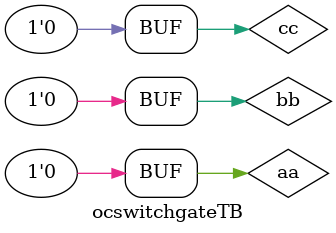
<source format=v>
`timescale 1ns/1ns
module ocswitchgateTB ();
reg aa,bb,cc;
wire ys0,ys1,yg0,yg1;
OC3ingate UUT1(.a(aa),.b(bb),.c(cc),.y0(yg0),.y1(yg1));
oc3inswitch UUT2(.a(aa),.b(bb),.c(cc),.y0(ys0),.y1(ys1));
initial begin 
#500 aa=0 ; bb=0; cc=0;
#500 aa=0 ; bb=0; cc=1;
#500 aa=0 ; bb=1; cc=0;
#500 aa=0 ; bb=1; cc=1;
#500 aa=1 ; bb=0; cc=0;
#500 aa=1 ; bb=0; cc=1;
#500 aa=1 ; bb=1; cc=0;
#500 aa=1 ; bb=1; cc=1;
#500 aa=0 ; bb=0; cc=0;

end
endmodule

</source>
